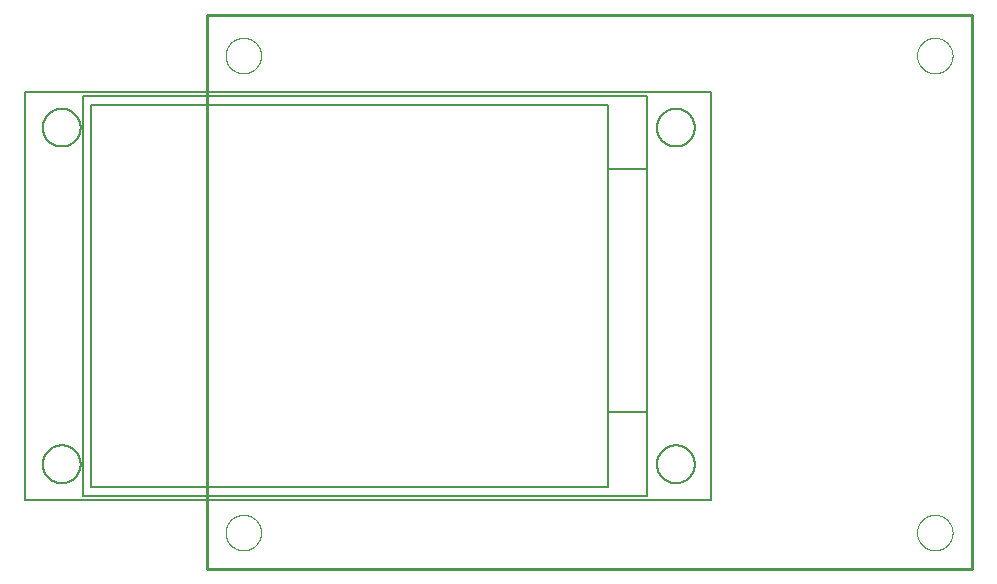
<source format=gbo>
G75*
%MOIN*%
%OFA0B0*%
%FSLAX25Y25*%
%IPPOS*%
%LPD*%
%AMOC8*
5,1,8,0,0,1.08239X$1,22.5*
%
%ADD10C,0.01000*%
%ADD11C,0.00000*%
%ADD12C,0.00500*%
D10*
X0072300Y0018800D02*
X0072300Y0203261D01*
X0327200Y0203261D01*
X0327200Y0018800D01*
X0072300Y0018800D01*
D11*
X0078394Y0030800D02*
X0078396Y0030953D01*
X0078402Y0031107D01*
X0078412Y0031260D01*
X0078426Y0031412D01*
X0078444Y0031565D01*
X0078466Y0031716D01*
X0078491Y0031867D01*
X0078521Y0032018D01*
X0078555Y0032168D01*
X0078592Y0032316D01*
X0078633Y0032464D01*
X0078678Y0032610D01*
X0078727Y0032756D01*
X0078780Y0032900D01*
X0078836Y0033042D01*
X0078896Y0033183D01*
X0078960Y0033323D01*
X0079027Y0033461D01*
X0079098Y0033597D01*
X0079173Y0033731D01*
X0079250Y0033863D01*
X0079332Y0033993D01*
X0079416Y0034121D01*
X0079504Y0034247D01*
X0079595Y0034370D01*
X0079689Y0034491D01*
X0079787Y0034609D01*
X0079887Y0034725D01*
X0079991Y0034838D01*
X0080097Y0034949D01*
X0080206Y0035057D01*
X0080318Y0035162D01*
X0080432Y0035263D01*
X0080550Y0035362D01*
X0080669Y0035458D01*
X0080791Y0035551D01*
X0080916Y0035640D01*
X0081043Y0035727D01*
X0081172Y0035809D01*
X0081303Y0035889D01*
X0081436Y0035965D01*
X0081571Y0036038D01*
X0081708Y0036107D01*
X0081847Y0036172D01*
X0081987Y0036234D01*
X0082129Y0036292D01*
X0082272Y0036347D01*
X0082417Y0036398D01*
X0082563Y0036445D01*
X0082710Y0036488D01*
X0082858Y0036527D01*
X0083007Y0036563D01*
X0083157Y0036594D01*
X0083308Y0036622D01*
X0083459Y0036646D01*
X0083612Y0036666D01*
X0083764Y0036682D01*
X0083917Y0036694D01*
X0084070Y0036702D01*
X0084223Y0036706D01*
X0084377Y0036706D01*
X0084530Y0036702D01*
X0084683Y0036694D01*
X0084836Y0036682D01*
X0084988Y0036666D01*
X0085141Y0036646D01*
X0085292Y0036622D01*
X0085443Y0036594D01*
X0085593Y0036563D01*
X0085742Y0036527D01*
X0085890Y0036488D01*
X0086037Y0036445D01*
X0086183Y0036398D01*
X0086328Y0036347D01*
X0086471Y0036292D01*
X0086613Y0036234D01*
X0086753Y0036172D01*
X0086892Y0036107D01*
X0087029Y0036038D01*
X0087164Y0035965D01*
X0087297Y0035889D01*
X0087428Y0035809D01*
X0087557Y0035727D01*
X0087684Y0035640D01*
X0087809Y0035551D01*
X0087931Y0035458D01*
X0088050Y0035362D01*
X0088168Y0035263D01*
X0088282Y0035162D01*
X0088394Y0035057D01*
X0088503Y0034949D01*
X0088609Y0034838D01*
X0088713Y0034725D01*
X0088813Y0034609D01*
X0088911Y0034491D01*
X0089005Y0034370D01*
X0089096Y0034247D01*
X0089184Y0034121D01*
X0089268Y0033993D01*
X0089350Y0033863D01*
X0089427Y0033731D01*
X0089502Y0033597D01*
X0089573Y0033461D01*
X0089640Y0033323D01*
X0089704Y0033183D01*
X0089764Y0033042D01*
X0089820Y0032900D01*
X0089873Y0032756D01*
X0089922Y0032610D01*
X0089967Y0032464D01*
X0090008Y0032316D01*
X0090045Y0032168D01*
X0090079Y0032018D01*
X0090109Y0031867D01*
X0090134Y0031716D01*
X0090156Y0031565D01*
X0090174Y0031412D01*
X0090188Y0031260D01*
X0090198Y0031107D01*
X0090204Y0030953D01*
X0090206Y0030800D01*
X0090204Y0030647D01*
X0090198Y0030493D01*
X0090188Y0030340D01*
X0090174Y0030188D01*
X0090156Y0030035D01*
X0090134Y0029884D01*
X0090109Y0029733D01*
X0090079Y0029582D01*
X0090045Y0029432D01*
X0090008Y0029284D01*
X0089967Y0029136D01*
X0089922Y0028990D01*
X0089873Y0028844D01*
X0089820Y0028700D01*
X0089764Y0028558D01*
X0089704Y0028417D01*
X0089640Y0028277D01*
X0089573Y0028139D01*
X0089502Y0028003D01*
X0089427Y0027869D01*
X0089350Y0027737D01*
X0089268Y0027607D01*
X0089184Y0027479D01*
X0089096Y0027353D01*
X0089005Y0027230D01*
X0088911Y0027109D01*
X0088813Y0026991D01*
X0088713Y0026875D01*
X0088609Y0026762D01*
X0088503Y0026651D01*
X0088394Y0026543D01*
X0088282Y0026438D01*
X0088168Y0026337D01*
X0088050Y0026238D01*
X0087931Y0026142D01*
X0087809Y0026049D01*
X0087684Y0025960D01*
X0087557Y0025873D01*
X0087428Y0025791D01*
X0087297Y0025711D01*
X0087164Y0025635D01*
X0087029Y0025562D01*
X0086892Y0025493D01*
X0086753Y0025428D01*
X0086613Y0025366D01*
X0086471Y0025308D01*
X0086328Y0025253D01*
X0086183Y0025202D01*
X0086037Y0025155D01*
X0085890Y0025112D01*
X0085742Y0025073D01*
X0085593Y0025037D01*
X0085443Y0025006D01*
X0085292Y0024978D01*
X0085141Y0024954D01*
X0084988Y0024934D01*
X0084836Y0024918D01*
X0084683Y0024906D01*
X0084530Y0024898D01*
X0084377Y0024894D01*
X0084223Y0024894D01*
X0084070Y0024898D01*
X0083917Y0024906D01*
X0083764Y0024918D01*
X0083612Y0024934D01*
X0083459Y0024954D01*
X0083308Y0024978D01*
X0083157Y0025006D01*
X0083007Y0025037D01*
X0082858Y0025073D01*
X0082710Y0025112D01*
X0082563Y0025155D01*
X0082417Y0025202D01*
X0082272Y0025253D01*
X0082129Y0025308D01*
X0081987Y0025366D01*
X0081847Y0025428D01*
X0081708Y0025493D01*
X0081571Y0025562D01*
X0081436Y0025635D01*
X0081303Y0025711D01*
X0081172Y0025791D01*
X0081043Y0025873D01*
X0080916Y0025960D01*
X0080791Y0026049D01*
X0080669Y0026142D01*
X0080550Y0026238D01*
X0080432Y0026337D01*
X0080318Y0026438D01*
X0080206Y0026543D01*
X0080097Y0026651D01*
X0079991Y0026762D01*
X0079887Y0026875D01*
X0079787Y0026991D01*
X0079689Y0027109D01*
X0079595Y0027230D01*
X0079504Y0027353D01*
X0079416Y0027479D01*
X0079332Y0027607D01*
X0079250Y0027737D01*
X0079173Y0027869D01*
X0079098Y0028003D01*
X0079027Y0028139D01*
X0078960Y0028277D01*
X0078896Y0028417D01*
X0078836Y0028558D01*
X0078780Y0028700D01*
X0078727Y0028844D01*
X0078678Y0028990D01*
X0078633Y0029136D01*
X0078592Y0029284D01*
X0078555Y0029432D01*
X0078521Y0029582D01*
X0078491Y0029733D01*
X0078466Y0029884D01*
X0078444Y0030035D01*
X0078426Y0030188D01*
X0078412Y0030340D01*
X0078402Y0030493D01*
X0078396Y0030647D01*
X0078394Y0030800D01*
X0308894Y0030800D02*
X0308896Y0030953D01*
X0308902Y0031107D01*
X0308912Y0031260D01*
X0308926Y0031412D01*
X0308944Y0031565D01*
X0308966Y0031716D01*
X0308991Y0031867D01*
X0309021Y0032018D01*
X0309055Y0032168D01*
X0309092Y0032316D01*
X0309133Y0032464D01*
X0309178Y0032610D01*
X0309227Y0032756D01*
X0309280Y0032900D01*
X0309336Y0033042D01*
X0309396Y0033183D01*
X0309460Y0033323D01*
X0309527Y0033461D01*
X0309598Y0033597D01*
X0309673Y0033731D01*
X0309750Y0033863D01*
X0309832Y0033993D01*
X0309916Y0034121D01*
X0310004Y0034247D01*
X0310095Y0034370D01*
X0310189Y0034491D01*
X0310287Y0034609D01*
X0310387Y0034725D01*
X0310491Y0034838D01*
X0310597Y0034949D01*
X0310706Y0035057D01*
X0310818Y0035162D01*
X0310932Y0035263D01*
X0311050Y0035362D01*
X0311169Y0035458D01*
X0311291Y0035551D01*
X0311416Y0035640D01*
X0311543Y0035727D01*
X0311672Y0035809D01*
X0311803Y0035889D01*
X0311936Y0035965D01*
X0312071Y0036038D01*
X0312208Y0036107D01*
X0312347Y0036172D01*
X0312487Y0036234D01*
X0312629Y0036292D01*
X0312772Y0036347D01*
X0312917Y0036398D01*
X0313063Y0036445D01*
X0313210Y0036488D01*
X0313358Y0036527D01*
X0313507Y0036563D01*
X0313657Y0036594D01*
X0313808Y0036622D01*
X0313959Y0036646D01*
X0314112Y0036666D01*
X0314264Y0036682D01*
X0314417Y0036694D01*
X0314570Y0036702D01*
X0314723Y0036706D01*
X0314877Y0036706D01*
X0315030Y0036702D01*
X0315183Y0036694D01*
X0315336Y0036682D01*
X0315488Y0036666D01*
X0315641Y0036646D01*
X0315792Y0036622D01*
X0315943Y0036594D01*
X0316093Y0036563D01*
X0316242Y0036527D01*
X0316390Y0036488D01*
X0316537Y0036445D01*
X0316683Y0036398D01*
X0316828Y0036347D01*
X0316971Y0036292D01*
X0317113Y0036234D01*
X0317253Y0036172D01*
X0317392Y0036107D01*
X0317529Y0036038D01*
X0317664Y0035965D01*
X0317797Y0035889D01*
X0317928Y0035809D01*
X0318057Y0035727D01*
X0318184Y0035640D01*
X0318309Y0035551D01*
X0318431Y0035458D01*
X0318550Y0035362D01*
X0318668Y0035263D01*
X0318782Y0035162D01*
X0318894Y0035057D01*
X0319003Y0034949D01*
X0319109Y0034838D01*
X0319213Y0034725D01*
X0319313Y0034609D01*
X0319411Y0034491D01*
X0319505Y0034370D01*
X0319596Y0034247D01*
X0319684Y0034121D01*
X0319768Y0033993D01*
X0319850Y0033863D01*
X0319927Y0033731D01*
X0320002Y0033597D01*
X0320073Y0033461D01*
X0320140Y0033323D01*
X0320204Y0033183D01*
X0320264Y0033042D01*
X0320320Y0032900D01*
X0320373Y0032756D01*
X0320422Y0032610D01*
X0320467Y0032464D01*
X0320508Y0032316D01*
X0320545Y0032168D01*
X0320579Y0032018D01*
X0320609Y0031867D01*
X0320634Y0031716D01*
X0320656Y0031565D01*
X0320674Y0031412D01*
X0320688Y0031260D01*
X0320698Y0031107D01*
X0320704Y0030953D01*
X0320706Y0030800D01*
X0320704Y0030647D01*
X0320698Y0030493D01*
X0320688Y0030340D01*
X0320674Y0030188D01*
X0320656Y0030035D01*
X0320634Y0029884D01*
X0320609Y0029733D01*
X0320579Y0029582D01*
X0320545Y0029432D01*
X0320508Y0029284D01*
X0320467Y0029136D01*
X0320422Y0028990D01*
X0320373Y0028844D01*
X0320320Y0028700D01*
X0320264Y0028558D01*
X0320204Y0028417D01*
X0320140Y0028277D01*
X0320073Y0028139D01*
X0320002Y0028003D01*
X0319927Y0027869D01*
X0319850Y0027737D01*
X0319768Y0027607D01*
X0319684Y0027479D01*
X0319596Y0027353D01*
X0319505Y0027230D01*
X0319411Y0027109D01*
X0319313Y0026991D01*
X0319213Y0026875D01*
X0319109Y0026762D01*
X0319003Y0026651D01*
X0318894Y0026543D01*
X0318782Y0026438D01*
X0318668Y0026337D01*
X0318550Y0026238D01*
X0318431Y0026142D01*
X0318309Y0026049D01*
X0318184Y0025960D01*
X0318057Y0025873D01*
X0317928Y0025791D01*
X0317797Y0025711D01*
X0317664Y0025635D01*
X0317529Y0025562D01*
X0317392Y0025493D01*
X0317253Y0025428D01*
X0317113Y0025366D01*
X0316971Y0025308D01*
X0316828Y0025253D01*
X0316683Y0025202D01*
X0316537Y0025155D01*
X0316390Y0025112D01*
X0316242Y0025073D01*
X0316093Y0025037D01*
X0315943Y0025006D01*
X0315792Y0024978D01*
X0315641Y0024954D01*
X0315488Y0024934D01*
X0315336Y0024918D01*
X0315183Y0024906D01*
X0315030Y0024898D01*
X0314877Y0024894D01*
X0314723Y0024894D01*
X0314570Y0024898D01*
X0314417Y0024906D01*
X0314264Y0024918D01*
X0314112Y0024934D01*
X0313959Y0024954D01*
X0313808Y0024978D01*
X0313657Y0025006D01*
X0313507Y0025037D01*
X0313358Y0025073D01*
X0313210Y0025112D01*
X0313063Y0025155D01*
X0312917Y0025202D01*
X0312772Y0025253D01*
X0312629Y0025308D01*
X0312487Y0025366D01*
X0312347Y0025428D01*
X0312208Y0025493D01*
X0312071Y0025562D01*
X0311936Y0025635D01*
X0311803Y0025711D01*
X0311672Y0025791D01*
X0311543Y0025873D01*
X0311416Y0025960D01*
X0311291Y0026049D01*
X0311169Y0026142D01*
X0311050Y0026238D01*
X0310932Y0026337D01*
X0310818Y0026438D01*
X0310706Y0026543D01*
X0310597Y0026651D01*
X0310491Y0026762D01*
X0310387Y0026875D01*
X0310287Y0026991D01*
X0310189Y0027109D01*
X0310095Y0027230D01*
X0310004Y0027353D01*
X0309916Y0027479D01*
X0309832Y0027607D01*
X0309750Y0027737D01*
X0309673Y0027869D01*
X0309598Y0028003D01*
X0309527Y0028139D01*
X0309460Y0028277D01*
X0309396Y0028417D01*
X0309336Y0028558D01*
X0309280Y0028700D01*
X0309227Y0028844D01*
X0309178Y0028990D01*
X0309133Y0029136D01*
X0309092Y0029284D01*
X0309055Y0029432D01*
X0309021Y0029582D01*
X0308991Y0029733D01*
X0308966Y0029884D01*
X0308944Y0030035D01*
X0308926Y0030188D01*
X0308912Y0030340D01*
X0308902Y0030493D01*
X0308896Y0030647D01*
X0308894Y0030800D01*
X0308894Y0189800D02*
X0308896Y0189953D01*
X0308902Y0190107D01*
X0308912Y0190260D01*
X0308926Y0190412D01*
X0308944Y0190565D01*
X0308966Y0190716D01*
X0308991Y0190867D01*
X0309021Y0191018D01*
X0309055Y0191168D01*
X0309092Y0191316D01*
X0309133Y0191464D01*
X0309178Y0191610D01*
X0309227Y0191756D01*
X0309280Y0191900D01*
X0309336Y0192042D01*
X0309396Y0192183D01*
X0309460Y0192323D01*
X0309527Y0192461D01*
X0309598Y0192597D01*
X0309673Y0192731D01*
X0309750Y0192863D01*
X0309832Y0192993D01*
X0309916Y0193121D01*
X0310004Y0193247D01*
X0310095Y0193370D01*
X0310189Y0193491D01*
X0310287Y0193609D01*
X0310387Y0193725D01*
X0310491Y0193838D01*
X0310597Y0193949D01*
X0310706Y0194057D01*
X0310818Y0194162D01*
X0310932Y0194263D01*
X0311050Y0194362D01*
X0311169Y0194458D01*
X0311291Y0194551D01*
X0311416Y0194640D01*
X0311543Y0194727D01*
X0311672Y0194809D01*
X0311803Y0194889D01*
X0311936Y0194965D01*
X0312071Y0195038D01*
X0312208Y0195107D01*
X0312347Y0195172D01*
X0312487Y0195234D01*
X0312629Y0195292D01*
X0312772Y0195347D01*
X0312917Y0195398D01*
X0313063Y0195445D01*
X0313210Y0195488D01*
X0313358Y0195527D01*
X0313507Y0195563D01*
X0313657Y0195594D01*
X0313808Y0195622D01*
X0313959Y0195646D01*
X0314112Y0195666D01*
X0314264Y0195682D01*
X0314417Y0195694D01*
X0314570Y0195702D01*
X0314723Y0195706D01*
X0314877Y0195706D01*
X0315030Y0195702D01*
X0315183Y0195694D01*
X0315336Y0195682D01*
X0315488Y0195666D01*
X0315641Y0195646D01*
X0315792Y0195622D01*
X0315943Y0195594D01*
X0316093Y0195563D01*
X0316242Y0195527D01*
X0316390Y0195488D01*
X0316537Y0195445D01*
X0316683Y0195398D01*
X0316828Y0195347D01*
X0316971Y0195292D01*
X0317113Y0195234D01*
X0317253Y0195172D01*
X0317392Y0195107D01*
X0317529Y0195038D01*
X0317664Y0194965D01*
X0317797Y0194889D01*
X0317928Y0194809D01*
X0318057Y0194727D01*
X0318184Y0194640D01*
X0318309Y0194551D01*
X0318431Y0194458D01*
X0318550Y0194362D01*
X0318668Y0194263D01*
X0318782Y0194162D01*
X0318894Y0194057D01*
X0319003Y0193949D01*
X0319109Y0193838D01*
X0319213Y0193725D01*
X0319313Y0193609D01*
X0319411Y0193491D01*
X0319505Y0193370D01*
X0319596Y0193247D01*
X0319684Y0193121D01*
X0319768Y0192993D01*
X0319850Y0192863D01*
X0319927Y0192731D01*
X0320002Y0192597D01*
X0320073Y0192461D01*
X0320140Y0192323D01*
X0320204Y0192183D01*
X0320264Y0192042D01*
X0320320Y0191900D01*
X0320373Y0191756D01*
X0320422Y0191610D01*
X0320467Y0191464D01*
X0320508Y0191316D01*
X0320545Y0191168D01*
X0320579Y0191018D01*
X0320609Y0190867D01*
X0320634Y0190716D01*
X0320656Y0190565D01*
X0320674Y0190412D01*
X0320688Y0190260D01*
X0320698Y0190107D01*
X0320704Y0189953D01*
X0320706Y0189800D01*
X0320704Y0189647D01*
X0320698Y0189493D01*
X0320688Y0189340D01*
X0320674Y0189188D01*
X0320656Y0189035D01*
X0320634Y0188884D01*
X0320609Y0188733D01*
X0320579Y0188582D01*
X0320545Y0188432D01*
X0320508Y0188284D01*
X0320467Y0188136D01*
X0320422Y0187990D01*
X0320373Y0187844D01*
X0320320Y0187700D01*
X0320264Y0187558D01*
X0320204Y0187417D01*
X0320140Y0187277D01*
X0320073Y0187139D01*
X0320002Y0187003D01*
X0319927Y0186869D01*
X0319850Y0186737D01*
X0319768Y0186607D01*
X0319684Y0186479D01*
X0319596Y0186353D01*
X0319505Y0186230D01*
X0319411Y0186109D01*
X0319313Y0185991D01*
X0319213Y0185875D01*
X0319109Y0185762D01*
X0319003Y0185651D01*
X0318894Y0185543D01*
X0318782Y0185438D01*
X0318668Y0185337D01*
X0318550Y0185238D01*
X0318431Y0185142D01*
X0318309Y0185049D01*
X0318184Y0184960D01*
X0318057Y0184873D01*
X0317928Y0184791D01*
X0317797Y0184711D01*
X0317664Y0184635D01*
X0317529Y0184562D01*
X0317392Y0184493D01*
X0317253Y0184428D01*
X0317113Y0184366D01*
X0316971Y0184308D01*
X0316828Y0184253D01*
X0316683Y0184202D01*
X0316537Y0184155D01*
X0316390Y0184112D01*
X0316242Y0184073D01*
X0316093Y0184037D01*
X0315943Y0184006D01*
X0315792Y0183978D01*
X0315641Y0183954D01*
X0315488Y0183934D01*
X0315336Y0183918D01*
X0315183Y0183906D01*
X0315030Y0183898D01*
X0314877Y0183894D01*
X0314723Y0183894D01*
X0314570Y0183898D01*
X0314417Y0183906D01*
X0314264Y0183918D01*
X0314112Y0183934D01*
X0313959Y0183954D01*
X0313808Y0183978D01*
X0313657Y0184006D01*
X0313507Y0184037D01*
X0313358Y0184073D01*
X0313210Y0184112D01*
X0313063Y0184155D01*
X0312917Y0184202D01*
X0312772Y0184253D01*
X0312629Y0184308D01*
X0312487Y0184366D01*
X0312347Y0184428D01*
X0312208Y0184493D01*
X0312071Y0184562D01*
X0311936Y0184635D01*
X0311803Y0184711D01*
X0311672Y0184791D01*
X0311543Y0184873D01*
X0311416Y0184960D01*
X0311291Y0185049D01*
X0311169Y0185142D01*
X0311050Y0185238D01*
X0310932Y0185337D01*
X0310818Y0185438D01*
X0310706Y0185543D01*
X0310597Y0185651D01*
X0310491Y0185762D01*
X0310387Y0185875D01*
X0310287Y0185991D01*
X0310189Y0186109D01*
X0310095Y0186230D01*
X0310004Y0186353D01*
X0309916Y0186479D01*
X0309832Y0186607D01*
X0309750Y0186737D01*
X0309673Y0186869D01*
X0309598Y0187003D01*
X0309527Y0187139D01*
X0309460Y0187277D01*
X0309396Y0187417D01*
X0309336Y0187558D01*
X0309280Y0187700D01*
X0309227Y0187844D01*
X0309178Y0187990D01*
X0309133Y0188136D01*
X0309092Y0188284D01*
X0309055Y0188432D01*
X0309021Y0188582D01*
X0308991Y0188733D01*
X0308966Y0188884D01*
X0308944Y0189035D01*
X0308926Y0189188D01*
X0308912Y0189340D01*
X0308902Y0189493D01*
X0308896Y0189647D01*
X0308894Y0189800D01*
X0078394Y0189800D02*
X0078396Y0189953D01*
X0078402Y0190107D01*
X0078412Y0190260D01*
X0078426Y0190412D01*
X0078444Y0190565D01*
X0078466Y0190716D01*
X0078491Y0190867D01*
X0078521Y0191018D01*
X0078555Y0191168D01*
X0078592Y0191316D01*
X0078633Y0191464D01*
X0078678Y0191610D01*
X0078727Y0191756D01*
X0078780Y0191900D01*
X0078836Y0192042D01*
X0078896Y0192183D01*
X0078960Y0192323D01*
X0079027Y0192461D01*
X0079098Y0192597D01*
X0079173Y0192731D01*
X0079250Y0192863D01*
X0079332Y0192993D01*
X0079416Y0193121D01*
X0079504Y0193247D01*
X0079595Y0193370D01*
X0079689Y0193491D01*
X0079787Y0193609D01*
X0079887Y0193725D01*
X0079991Y0193838D01*
X0080097Y0193949D01*
X0080206Y0194057D01*
X0080318Y0194162D01*
X0080432Y0194263D01*
X0080550Y0194362D01*
X0080669Y0194458D01*
X0080791Y0194551D01*
X0080916Y0194640D01*
X0081043Y0194727D01*
X0081172Y0194809D01*
X0081303Y0194889D01*
X0081436Y0194965D01*
X0081571Y0195038D01*
X0081708Y0195107D01*
X0081847Y0195172D01*
X0081987Y0195234D01*
X0082129Y0195292D01*
X0082272Y0195347D01*
X0082417Y0195398D01*
X0082563Y0195445D01*
X0082710Y0195488D01*
X0082858Y0195527D01*
X0083007Y0195563D01*
X0083157Y0195594D01*
X0083308Y0195622D01*
X0083459Y0195646D01*
X0083612Y0195666D01*
X0083764Y0195682D01*
X0083917Y0195694D01*
X0084070Y0195702D01*
X0084223Y0195706D01*
X0084377Y0195706D01*
X0084530Y0195702D01*
X0084683Y0195694D01*
X0084836Y0195682D01*
X0084988Y0195666D01*
X0085141Y0195646D01*
X0085292Y0195622D01*
X0085443Y0195594D01*
X0085593Y0195563D01*
X0085742Y0195527D01*
X0085890Y0195488D01*
X0086037Y0195445D01*
X0086183Y0195398D01*
X0086328Y0195347D01*
X0086471Y0195292D01*
X0086613Y0195234D01*
X0086753Y0195172D01*
X0086892Y0195107D01*
X0087029Y0195038D01*
X0087164Y0194965D01*
X0087297Y0194889D01*
X0087428Y0194809D01*
X0087557Y0194727D01*
X0087684Y0194640D01*
X0087809Y0194551D01*
X0087931Y0194458D01*
X0088050Y0194362D01*
X0088168Y0194263D01*
X0088282Y0194162D01*
X0088394Y0194057D01*
X0088503Y0193949D01*
X0088609Y0193838D01*
X0088713Y0193725D01*
X0088813Y0193609D01*
X0088911Y0193491D01*
X0089005Y0193370D01*
X0089096Y0193247D01*
X0089184Y0193121D01*
X0089268Y0192993D01*
X0089350Y0192863D01*
X0089427Y0192731D01*
X0089502Y0192597D01*
X0089573Y0192461D01*
X0089640Y0192323D01*
X0089704Y0192183D01*
X0089764Y0192042D01*
X0089820Y0191900D01*
X0089873Y0191756D01*
X0089922Y0191610D01*
X0089967Y0191464D01*
X0090008Y0191316D01*
X0090045Y0191168D01*
X0090079Y0191018D01*
X0090109Y0190867D01*
X0090134Y0190716D01*
X0090156Y0190565D01*
X0090174Y0190412D01*
X0090188Y0190260D01*
X0090198Y0190107D01*
X0090204Y0189953D01*
X0090206Y0189800D01*
X0090204Y0189647D01*
X0090198Y0189493D01*
X0090188Y0189340D01*
X0090174Y0189188D01*
X0090156Y0189035D01*
X0090134Y0188884D01*
X0090109Y0188733D01*
X0090079Y0188582D01*
X0090045Y0188432D01*
X0090008Y0188284D01*
X0089967Y0188136D01*
X0089922Y0187990D01*
X0089873Y0187844D01*
X0089820Y0187700D01*
X0089764Y0187558D01*
X0089704Y0187417D01*
X0089640Y0187277D01*
X0089573Y0187139D01*
X0089502Y0187003D01*
X0089427Y0186869D01*
X0089350Y0186737D01*
X0089268Y0186607D01*
X0089184Y0186479D01*
X0089096Y0186353D01*
X0089005Y0186230D01*
X0088911Y0186109D01*
X0088813Y0185991D01*
X0088713Y0185875D01*
X0088609Y0185762D01*
X0088503Y0185651D01*
X0088394Y0185543D01*
X0088282Y0185438D01*
X0088168Y0185337D01*
X0088050Y0185238D01*
X0087931Y0185142D01*
X0087809Y0185049D01*
X0087684Y0184960D01*
X0087557Y0184873D01*
X0087428Y0184791D01*
X0087297Y0184711D01*
X0087164Y0184635D01*
X0087029Y0184562D01*
X0086892Y0184493D01*
X0086753Y0184428D01*
X0086613Y0184366D01*
X0086471Y0184308D01*
X0086328Y0184253D01*
X0086183Y0184202D01*
X0086037Y0184155D01*
X0085890Y0184112D01*
X0085742Y0184073D01*
X0085593Y0184037D01*
X0085443Y0184006D01*
X0085292Y0183978D01*
X0085141Y0183954D01*
X0084988Y0183934D01*
X0084836Y0183918D01*
X0084683Y0183906D01*
X0084530Y0183898D01*
X0084377Y0183894D01*
X0084223Y0183894D01*
X0084070Y0183898D01*
X0083917Y0183906D01*
X0083764Y0183918D01*
X0083612Y0183934D01*
X0083459Y0183954D01*
X0083308Y0183978D01*
X0083157Y0184006D01*
X0083007Y0184037D01*
X0082858Y0184073D01*
X0082710Y0184112D01*
X0082563Y0184155D01*
X0082417Y0184202D01*
X0082272Y0184253D01*
X0082129Y0184308D01*
X0081987Y0184366D01*
X0081847Y0184428D01*
X0081708Y0184493D01*
X0081571Y0184562D01*
X0081436Y0184635D01*
X0081303Y0184711D01*
X0081172Y0184791D01*
X0081043Y0184873D01*
X0080916Y0184960D01*
X0080791Y0185049D01*
X0080669Y0185142D01*
X0080550Y0185238D01*
X0080432Y0185337D01*
X0080318Y0185438D01*
X0080206Y0185543D01*
X0080097Y0185651D01*
X0079991Y0185762D01*
X0079887Y0185875D01*
X0079787Y0185991D01*
X0079689Y0186109D01*
X0079595Y0186230D01*
X0079504Y0186353D01*
X0079416Y0186479D01*
X0079332Y0186607D01*
X0079250Y0186737D01*
X0079173Y0186869D01*
X0079098Y0187003D01*
X0079027Y0187139D01*
X0078960Y0187277D01*
X0078896Y0187417D01*
X0078836Y0187558D01*
X0078780Y0187700D01*
X0078727Y0187844D01*
X0078678Y0187990D01*
X0078633Y0188136D01*
X0078592Y0188284D01*
X0078555Y0188432D01*
X0078521Y0188582D01*
X0078491Y0188733D01*
X0078466Y0188884D01*
X0078444Y0189035D01*
X0078426Y0189188D01*
X0078412Y0189340D01*
X0078402Y0189493D01*
X0078396Y0189647D01*
X0078394Y0189800D01*
D12*
X0011363Y0041800D02*
X0240300Y0041800D01*
X0240300Y0177548D01*
X0011363Y0177548D01*
X0011363Y0041800D01*
X0017466Y0053611D02*
X0017468Y0053769D01*
X0017474Y0053927D01*
X0017484Y0054085D01*
X0017498Y0054243D01*
X0017516Y0054400D01*
X0017537Y0054557D01*
X0017563Y0054713D01*
X0017593Y0054869D01*
X0017626Y0055024D01*
X0017664Y0055177D01*
X0017705Y0055330D01*
X0017750Y0055482D01*
X0017799Y0055633D01*
X0017852Y0055782D01*
X0017908Y0055930D01*
X0017968Y0056076D01*
X0018032Y0056221D01*
X0018100Y0056364D01*
X0018171Y0056506D01*
X0018245Y0056646D01*
X0018323Y0056783D01*
X0018405Y0056919D01*
X0018489Y0057053D01*
X0018578Y0057184D01*
X0018669Y0057313D01*
X0018764Y0057440D01*
X0018861Y0057565D01*
X0018962Y0057687D01*
X0019066Y0057806D01*
X0019173Y0057923D01*
X0019283Y0058037D01*
X0019396Y0058148D01*
X0019511Y0058257D01*
X0019629Y0058362D01*
X0019750Y0058464D01*
X0019873Y0058564D01*
X0019999Y0058660D01*
X0020127Y0058753D01*
X0020257Y0058843D01*
X0020390Y0058929D01*
X0020525Y0059013D01*
X0020661Y0059092D01*
X0020800Y0059169D01*
X0020941Y0059241D01*
X0021083Y0059311D01*
X0021227Y0059376D01*
X0021373Y0059438D01*
X0021520Y0059496D01*
X0021669Y0059551D01*
X0021819Y0059602D01*
X0021970Y0059649D01*
X0022122Y0059692D01*
X0022275Y0059731D01*
X0022430Y0059767D01*
X0022585Y0059798D01*
X0022741Y0059826D01*
X0022897Y0059850D01*
X0023054Y0059870D01*
X0023212Y0059886D01*
X0023369Y0059898D01*
X0023528Y0059906D01*
X0023686Y0059910D01*
X0023844Y0059910D01*
X0024002Y0059906D01*
X0024161Y0059898D01*
X0024318Y0059886D01*
X0024476Y0059870D01*
X0024633Y0059850D01*
X0024789Y0059826D01*
X0024945Y0059798D01*
X0025100Y0059767D01*
X0025255Y0059731D01*
X0025408Y0059692D01*
X0025560Y0059649D01*
X0025711Y0059602D01*
X0025861Y0059551D01*
X0026010Y0059496D01*
X0026157Y0059438D01*
X0026303Y0059376D01*
X0026447Y0059311D01*
X0026589Y0059241D01*
X0026730Y0059169D01*
X0026869Y0059092D01*
X0027005Y0059013D01*
X0027140Y0058929D01*
X0027273Y0058843D01*
X0027403Y0058753D01*
X0027531Y0058660D01*
X0027657Y0058564D01*
X0027780Y0058464D01*
X0027901Y0058362D01*
X0028019Y0058257D01*
X0028134Y0058148D01*
X0028247Y0058037D01*
X0028357Y0057923D01*
X0028464Y0057806D01*
X0028568Y0057687D01*
X0028669Y0057565D01*
X0028766Y0057440D01*
X0028861Y0057313D01*
X0028952Y0057184D01*
X0029041Y0057053D01*
X0029125Y0056919D01*
X0029207Y0056783D01*
X0029285Y0056646D01*
X0029359Y0056506D01*
X0029430Y0056364D01*
X0029498Y0056221D01*
X0029562Y0056076D01*
X0029622Y0055930D01*
X0029678Y0055782D01*
X0029731Y0055633D01*
X0029780Y0055482D01*
X0029825Y0055330D01*
X0029866Y0055177D01*
X0029904Y0055024D01*
X0029937Y0054869D01*
X0029967Y0054713D01*
X0029993Y0054557D01*
X0030014Y0054400D01*
X0030032Y0054243D01*
X0030046Y0054085D01*
X0030056Y0053927D01*
X0030062Y0053769D01*
X0030064Y0053611D01*
X0030062Y0053453D01*
X0030056Y0053295D01*
X0030046Y0053137D01*
X0030032Y0052979D01*
X0030014Y0052822D01*
X0029993Y0052665D01*
X0029967Y0052509D01*
X0029937Y0052353D01*
X0029904Y0052198D01*
X0029866Y0052045D01*
X0029825Y0051892D01*
X0029780Y0051740D01*
X0029731Y0051589D01*
X0029678Y0051440D01*
X0029622Y0051292D01*
X0029562Y0051146D01*
X0029498Y0051001D01*
X0029430Y0050858D01*
X0029359Y0050716D01*
X0029285Y0050576D01*
X0029207Y0050439D01*
X0029125Y0050303D01*
X0029041Y0050169D01*
X0028952Y0050038D01*
X0028861Y0049909D01*
X0028766Y0049782D01*
X0028669Y0049657D01*
X0028568Y0049535D01*
X0028464Y0049416D01*
X0028357Y0049299D01*
X0028247Y0049185D01*
X0028134Y0049074D01*
X0028019Y0048965D01*
X0027901Y0048860D01*
X0027780Y0048758D01*
X0027657Y0048658D01*
X0027531Y0048562D01*
X0027403Y0048469D01*
X0027273Y0048379D01*
X0027140Y0048293D01*
X0027005Y0048209D01*
X0026869Y0048130D01*
X0026730Y0048053D01*
X0026589Y0047981D01*
X0026447Y0047911D01*
X0026303Y0047846D01*
X0026157Y0047784D01*
X0026010Y0047726D01*
X0025861Y0047671D01*
X0025711Y0047620D01*
X0025560Y0047573D01*
X0025408Y0047530D01*
X0025255Y0047491D01*
X0025100Y0047455D01*
X0024945Y0047424D01*
X0024789Y0047396D01*
X0024633Y0047372D01*
X0024476Y0047352D01*
X0024318Y0047336D01*
X0024161Y0047324D01*
X0024002Y0047316D01*
X0023844Y0047312D01*
X0023686Y0047312D01*
X0023528Y0047316D01*
X0023369Y0047324D01*
X0023212Y0047336D01*
X0023054Y0047352D01*
X0022897Y0047372D01*
X0022741Y0047396D01*
X0022585Y0047424D01*
X0022430Y0047455D01*
X0022275Y0047491D01*
X0022122Y0047530D01*
X0021970Y0047573D01*
X0021819Y0047620D01*
X0021669Y0047671D01*
X0021520Y0047726D01*
X0021373Y0047784D01*
X0021227Y0047846D01*
X0021083Y0047911D01*
X0020941Y0047981D01*
X0020800Y0048053D01*
X0020661Y0048130D01*
X0020525Y0048209D01*
X0020390Y0048293D01*
X0020257Y0048379D01*
X0020127Y0048469D01*
X0019999Y0048562D01*
X0019873Y0048658D01*
X0019750Y0048758D01*
X0019629Y0048860D01*
X0019511Y0048965D01*
X0019396Y0049074D01*
X0019283Y0049185D01*
X0019173Y0049299D01*
X0019066Y0049416D01*
X0018962Y0049535D01*
X0018861Y0049657D01*
X0018764Y0049782D01*
X0018669Y0049909D01*
X0018578Y0050038D01*
X0018489Y0050169D01*
X0018405Y0050303D01*
X0018323Y0050439D01*
X0018245Y0050576D01*
X0018171Y0050716D01*
X0018100Y0050858D01*
X0018032Y0051001D01*
X0017968Y0051146D01*
X0017908Y0051292D01*
X0017852Y0051440D01*
X0017799Y0051589D01*
X0017750Y0051740D01*
X0017705Y0051892D01*
X0017664Y0052045D01*
X0017626Y0052198D01*
X0017593Y0052353D01*
X0017563Y0052509D01*
X0017537Y0052665D01*
X0017516Y0052822D01*
X0017498Y0052979D01*
X0017484Y0053137D01*
X0017474Y0053295D01*
X0017468Y0053453D01*
X0017466Y0053611D01*
X0030871Y0043060D02*
X0218824Y0043060D01*
X0218824Y0176288D01*
X0030871Y0176288D01*
X0030871Y0043060D01*
X0033430Y0045934D02*
X0033430Y0173414D01*
X0205950Y0173414D01*
X0205950Y0045934D01*
X0033430Y0045934D01*
X0206280Y0071150D02*
X0218666Y0071150D01*
X0222190Y0053611D02*
X0222192Y0053769D01*
X0222198Y0053927D01*
X0222208Y0054085D01*
X0222222Y0054243D01*
X0222240Y0054400D01*
X0222261Y0054557D01*
X0222287Y0054713D01*
X0222317Y0054869D01*
X0222350Y0055024D01*
X0222388Y0055177D01*
X0222429Y0055330D01*
X0222474Y0055482D01*
X0222523Y0055633D01*
X0222576Y0055782D01*
X0222632Y0055930D01*
X0222692Y0056076D01*
X0222756Y0056221D01*
X0222824Y0056364D01*
X0222895Y0056506D01*
X0222969Y0056646D01*
X0223047Y0056783D01*
X0223129Y0056919D01*
X0223213Y0057053D01*
X0223302Y0057184D01*
X0223393Y0057313D01*
X0223488Y0057440D01*
X0223585Y0057565D01*
X0223686Y0057687D01*
X0223790Y0057806D01*
X0223897Y0057923D01*
X0224007Y0058037D01*
X0224120Y0058148D01*
X0224235Y0058257D01*
X0224353Y0058362D01*
X0224474Y0058464D01*
X0224597Y0058564D01*
X0224723Y0058660D01*
X0224851Y0058753D01*
X0224981Y0058843D01*
X0225114Y0058929D01*
X0225249Y0059013D01*
X0225385Y0059092D01*
X0225524Y0059169D01*
X0225665Y0059241D01*
X0225807Y0059311D01*
X0225951Y0059376D01*
X0226097Y0059438D01*
X0226244Y0059496D01*
X0226393Y0059551D01*
X0226543Y0059602D01*
X0226694Y0059649D01*
X0226846Y0059692D01*
X0226999Y0059731D01*
X0227154Y0059767D01*
X0227309Y0059798D01*
X0227465Y0059826D01*
X0227621Y0059850D01*
X0227778Y0059870D01*
X0227936Y0059886D01*
X0228093Y0059898D01*
X0228252Y0059906D01*
X0228410Y0059910D01*
X0228568Y0059910D01*
X0228726Y0059906D01*
X0228885Y0059898D01*
X0229042Y0059886D01*
X0229200Y0059870D01*
X0229357Y0059850D01*
X0229513Y0059826D01*
X0229669Y0059798D01*
X0229824Y0059767D01*
X0229979Y0059731D01*
X0230132Y0059692D01*
X0230284Y0059649D01*
X0230435Y0059602D01*
X0230585Y0059551D01*
X0230734Y0059496D01*
X0230881Y0059438D01*
X0231027Y0059376D01*
X0231171Y0059311D01*
X0231313Y0059241D01*
X0231454Y0059169D01*
X0231593Y0059092D01*
X0231729Y0059013D01*
X0231864Y0058929D01*
X0231997Y0058843D01*
X0232127Y0058753D01*
X0232255Y0058660D01*
X0232381Y0058564D01*
X0232504Y0058464D01*
X0232625Y0058362D01*
X0232743Y0058257D01*
X0232858Y0058148D01*
X0232971Y0058037D01*
X0233081Y0057923D01*
X0233188Y0057806D01*
X0233292Y0057687D01*
X0233393Y0057565D01*
X0233490Y0057440D01*
X0233585Y0057313D01*
X0233676Y0057184D01*
X0233765Y0057053D01*
X0233849Y0056919D01*
X0233931Y0056783D01*
X0234009Y0056646D01*
X0234083Y0056506D01*
X0234154Y0056364D01*
X0234222Y0056221D01*
X0234286Y0056076D01*
X0234346Y0055930D01*
X0234402Y0055782D01*
X0234455Y0055633D01*
X0234504Y0055482D01*
X0234549Y0055330D01*
X0234590Y0055177D01*
X0234628Y0055024D01*
X0234661Y0054869D01*
X0234691Y0054713D01*
X0234717Y0054557D01*
X0234738Y0054400D01*
X0234756Y0054243D01*
X0234770Y0054085D01*
X0234780Y0053927D01*
X0234786Y0053769D01*
X0234788Y0053611D01*
X0234786Y0053453D01*
X0234780Y0053295D01*
X0234770Y0053137D01*
X0234756Y0052979D01*
X0234738Y0052822D01*
X0234717Y0052665D01*
X0234691Y0052509D01*
X0234661Y0052353D01*
X0234628Y0052198D01*
X0234590Y0052045D01*
X0234549Y0051892D01*
X0234504Y0051740D01*
X0234455Y0051589D01*
X0234402Y0051440D01*
X0234346Y0051292D01*
X0234286Y0051146D01*
X0234222Y0051001D01*
X0234154Y0050858D01*
X0234083Y0050716D01*
X0234009Y0050576D01*
X0233931Y0050439D01*
X0233849Y0050303D01*
X0233765Y0050169D01*
X0233676Y0050038D01*
X0233585Y0049909D01*
X0233490Y0049782D01*
X0233393Y0049657D01*
X0233292Y0049535D01*
X0233188Y0049416D01*
X0233081Y0049299D01*
X0232971Y0049185D01*
X0232858Y0049074D01*
X0232743Y0048965D01*
X0232625Y0048860D01*
X0232504Y0048758D01*
X0232381Y0048658D01*
X0232255Y0048562D01*
X0232127Y0048469D01*
X0231997Y0048379D01*
X0231864Y0048293D01*
X0231729Y0048209D01*
X0231593Y0048130D01*
X0231454Y0048053D01*
X0231313Y0047981D01*
X0231171Y0047911D01*
X0231027Y0047846D01*
X0230881Y0047784D01*
X0230734Y0047726D01*
X0230585Y0047671D01*
X0230435Y0047620D01*
X0230284Y0047573D01*
X0230132Y0047530D01*
X0229979Y0047491D01*
X0229824Y0047455D01*
X0229669Y0047424D01*
X0229513Y0047396D01*
X0229357Y0047372D01*
X0229200Y0047352D01*
X0229042Y0047336D01*
X0228885Y0047324D01*
X0228726Y0047316D01*
X0228568Y0047312D01*
X0228410Y0047312D01*
X0228252Y0047316D01*
X0228093Y0047324D01*
X0227936Y0047336D01*
X0227778Y0047352D01*
X0227621Y0047372D01*
X0227465Y0047396D01*
X0227309Y0047424D01*
X0227154Y0047455D01*
X0226999Y0047491D01*
X0226846Y0047530D01*
X0226694Y0047573D01*
X0226543Y0047620D01*
X0226393Y0047671D01*
X0226244Y0047726D01*
X0226097Y0047784D01*
X0225951Y0047846D01*
X0225807Y0047911D01*
X0225665Y0047981D01*
X0225524Y0048053D01*
X0225385Y0048130D01*
X0225249Y0048209D01*
X0225114Y0048293D01*
X0224981Y0048379D01*
X0224851Y0048469D01*
X0224723Y0048562D01*
X0224597Y0048658D01*
X0224474Y0048758D01*
X0224353Y0048860D01*
X0224235Y0048965D01*
X0224120Y0049074D01*
X0224007Y0049185D01*
X0223897Y0049299D01*
X0223790Y0049416D01*
X0223686Y0049535D01*
X0223585Y0049657D01*
X0223488Y0049782D01*
X0223393Y0049909D01*
X0223302Y0050038D01*
X0223213Y0050169D01*
X0223129Y0050303D01*
X0223047Y0050439D01*
X0222969Y0050576D01*
X0222895Y0050716D01*
X0222824Y0050858D01*
X0222756Y0051001D01*
X0222692Y0051146D01*
X0222632Y0051292D01*
X0222576Y0051440D01*
X0222523Y0051589D01*
X0222474Y0051740D01*
X0222429Y0051892D01*
X0222388Y0052045D01*
X0222350Y0052198D01*
X0222317Y0052353D01*
X0222287Y0052509D01*
X0222261Y0052665D01*
X0222240Y0052822D01*
X0222222Y0052979D01*
X0222208Y0053137D01*
X0222198Y0053295D01*
X0222192Y0053453D01*
X0222190Y0053611D01*
X0218666Y0152056D02*
X0206280Y0152056D01*
X0222190Y0165816D02*
X0222192Y0165974D01*
X0222198Y0166132D01*
X0222208Y0166290D01*
X0222222Y0166448D01*
X0222240Y0166605D01*
X0222261Y0166762D01*
X0222287Y0166918D01*
X0222317Y0167074D01*
X0222350Y0167229D01*
X0222388Y0167382D01*
X0222429Y0167535D01*
X0222474Y0167687D01*
X0222523Y0167838D01*
X0222576Y0167987D01*
X0222632Y0168135D01*
X0222692Y0168281D01*
X0222756Y0168426D01*
X0222824Y0168569D01*
X0222895Y0168711D01*
X0222969Y0168851D01*
X0223047Y0168988D01*
X0223129Y0169124D01*
X0223213Y0169258D01*
X0223302Y0169389D01*
X0223393Y0169518D01*
X0223488Y0169645D01*
X0223585Y0169770D01*
X0223686Y0169892D01*
X0223790Y0170011D01*
X0223897Y0170128D01*
X0224007Y0170242D01*
X0224120Y0170353D01*
X0224235Y0170462D01*
X0224353Y0170567D01*
X0224474Y0170669D01*
X0224597Y0170769D01*
X0224723Y0170865D01*
X0224851Y0170958D01*
X0224981Y0171048D01*
X0225114Y0171134D01*
X0225249Y0171218D01*
X0225385Y0171297D01*
X0225524Y0171374D01*
X0225665Y0171446D01*
X0225807Y0171516D01*
X0225951Y0171581D01*
X0226097Y0171643D01*
X0226244Y0171701D01*
X0226393Y0171756D01*
X0226543Y0171807D01*
X0226694Y0171854D01*
X0226846Y0171897D01*
X0226999Y0171936D01*
X0227154Y0171972D01*
X0227309Y0172003D01*
X0227465Y0172031D01*
X0227621Y0172055D01*
X0227778Y0172075D01*
X0227936Y0172091D01*
X0228093Y0172103D01*
X0228252Y0172111D01*
X0228410Y0172115D01*
X0228568Y0172115D01*
X0228726Y0172111D01*
X0228885Y0172103D01*
X0229042Y0172091D01*
X0229200Y0172075D01*
X0229357Y0172055D01*
X0229513Y0172031D01*
X0229669Y0172003D01*
X0229824Y0171972D01*
X0229979Y0171936D01*
X0230132Y0171897D01*
X0230284Y0171854D01*
X0230435Y0171807D01*
X0230585Y0171756D01*
X0230734Y0171701D01*
X0230881Y0171643D01*
X0231027Y0171581D01*
X0231171Y0171516D01*
X0231313Y0171446D01*
X0231454Y0171374D01*
X0231593Y0171297D01*
X0231729Y0171218D01*
X0231864Y0171134D01*
X0231997Y0171048D01*
X0232127Y0170958D01*
X0232255Y0170865D01*
X0232381Y0170769D01*
X0232504Y0170669D01*
X0232625Y0170567D01*
X0232743Y0170462D01*
X0232858Y0170353D01*
X0232971Y0170242D01*
X0233081Y0170128D01*
X0233188Y0170011D01*
X0233292Y0169892D01*
X0233393Y0169770D01*
X0233490Y0169645D01*
X0233585Y0169518D01*
X0233676Y0169389D01*
X0233765Y0169258D01*
X0233849Y0169124D01*
X0233931Y0168988D01*
X0234009Y0168851D01*
X0234083Y0168711D01*
X0234154Y0168569D01*
X0234222Y0168426D01*
X0234286Y0168281D01*
X0234346Y0168135D01*
X0234402Y0167987D01*
X0234455Y0167838D01*
X0234504Y0167687D01*
X0234549Y0167535D01*
X0234590Y0167382D01*
X0234628Y0167229D01*
X0234661Y0167074D01*
X0234691Y0166918D01*
X0234717Y0166762D01*
X0234738Y0166605D01*
X0234756Y0166448D01*
X0234770Y0166290D01*
X0234780Y0166132D01*
X0234786Y0165974D01*
X0234788Y0165816D01*
X0234786Y0165658D01*
X0234780Y0165500D01*
X0234770Y0165342D01*
X0234756Y0165184D01*
X0234738Y0165027D01*
X0234717Y0164870D01*
X0234691Y0164714D01*
X0234661Y0164558D01*
X0234628Y0164403D01*
X0234590Y0164250D01*
X0234549Y0164097D01*
X0234504Y0163945D01*
X0234455Y0163794D01*
X0234402Y0163645D01*
X0234346Y0163497D01*
X0234286Y0163351D01*
X0234222Y0163206D01*
X0234154Y0163063D01*
X0234083Y0162921D01*
X0234009Y0162781D01*
X0233931Y0162644D01*
X0233849Y0162508D01*
X0233765Y0162374D01*
X0233676Y0162243D01*
X0233585Y0162114D01*
X0233490Y0161987D01*
X0233393Y0161862D01*
X0233292Y0161740D01*
X0233188Y0161621D01*
X0233081Y0161504D01*
X0232971Y0161390D01*
X0232858Y0161279D01*
X0232743Y0161170D01*
X0232625Y0161065D01*
X0232504Y0160963D01*
X0232381Y0160863D01*
X0232255Y0160767D01*
X0232127Y0160674D01*
X0231997Y0160584D01*
X0231864Y0160498D01*
X0231729Y0160414D01*
X0231593Y0160335D01*
X0231454Y0160258D01*
X0231313Y0160186D01*
X0231171Y0160116D01*
X0231027Y0160051D01*
X0230881Y0159989D01*
X0230734Y0159931D01*
X0230585Y0159876D01*
X0230435Y0159825D01*
X0230284Y0159778D01*
X0230132Y0159735D01*
X0229979Y0159696D01*
X0229824Y0159660D01*
X0229669Y0159629D01*
X0229513Y0159601D01*
X0229357Y0159577D01*
X0229200Y0159557D01*
X0229042Y0159541D01*
X0228885Y0159529D01*
X0228726Y0159521D01*
X0228568Y0159517D01*
X0228410Y0159517D01*
X0228252Y0159521D01*
X0228093Y0159529D01*
X0227936Y0159541D01*
X0227778Y0159557D01*
X0227621Y0159577D01*
X0227465Y0159601D01*
X0227309Y0159629D01*
X0227154Y0159660D01*
X0226999Y0159696D01*
X0226846Y0159735D01*
X0226694Y0159778D01*
X0226543Y0159825D01*
X0226393Y0159876D01*
X0226244Y0159931D01*
X0226097Y0159989D01*
X0225951Y0160051D01*
X0225807Y0160116D01*
X0225665Y0160186D01*
X0225524Y0160258D01*
X0225385Y0160335D01*
X0225249Y0160414D01*
X0225114Y0160498D01*
X0224981Y0160584D01*
X0224851Y0160674D01*
X0224723Y0160767D01*
X0224597Y0160863D01*
X0224474Y0160963D01*
X0224353Y0161065D01*
X0224235Y0161170D01*
X0224120Y0161279D01*
X0224007Y0161390D01*
X0223897Y0161504D01*
X0223790Y0161621D01*
X0223686Y0161740D01*
X0223585Y0161862D01*
X0223488Y0161987D01*
X0223393Y0162114D01*
X0223302Y0162243D01*
X0223213Y0162374D01*
X0223129Y0162508D01*
X0223047Y0162644D01*
X0222969Y0162781D01*
X0222895Y0162921D01*
X0222824Y0163063D01*
X0222756Y0163206D01*
X0222692Y0163351D01*
X0222632Y0163497D01*
X0222576Y0163645D01*
X0222523Y0163794D01*
X0222474Y0163945D01*
X0222429Y0164097D01*
X0222388Y0164250D01*
X0222350Y0164403D01*
X0222317Y0164558D01*
X0222287Y0164714D01*
X0222261Y0164870D01*
X0222240Y0165027D01*
X0222222Y0165184D01*
X0222208Y0165342D01*
X0222198Y0165500D01*
X0222192Y0165658D01*
X0222190Y0165816D01*
X0017466Y0165816D02*
X0017468Y0165974D01*
X0017474Y0166132D01*
X0017484Y0166290D01*
X0017498Y0166448D01*
X0017516Y0166605D01*
X0017537Y0166762D01*
X0017563Y0166918D01*
X0017593Y0167074D01*
X0017626Y0167229D01*
X0017664Y0167382D01*
X0017705Y0167535D01*
X0017750Y0167687D01*
X0017799Y0167838D01*
X0017852Y0167987D01*
X0017908Y0168135D01*
X0017968Y0168281D01*
X0018032Y0168426D01*
X0018100Y0168569D01*
X0018171Y0168711D01*
X0018245Y0168851D01*
X0018323Y0168988D01*
X0018405Y0169124D01*
X0018489Y0169258D01*
X0018578Y0169389D01*
X0018669Y0169518D01*
X0018764Y0169645D01*
X0018861Y0169770D01*
X0018962Y0169892D01*
X0019066Y0170011D01*
X0019173Y0170128D01*
X0019283Y0170242D01*
X0019396Y0170353D01*
X0019511Y0170462D01*
X0019629Y0170567D01*
X0019750Y0170669D01*
X0019873Y0170769D01*
X0019999Y0170865D01*
X0020127Y0170958D01*
X0020257Y0171048D01*
X0020390Y0171134D01*
X0020525Y0171218D01*
X0020661Y0171297D01*
X0020800Y0171374D01*
X0020941Y0171446D01*
X0021083Y0171516D01*
X0021227Y0171581D01*
X0021373Y0171643D01*
X0021520Y0171701D01*
X0021669Y0171756D01*
X0021819Y0171807D01*
X0021970Y0171854D01*
X0022122Y0171897D01*
X0022275Y0171936D01*
X0022430Y0171972D01*
X0022585Y0172003D01*
X0022741Y0172031D01*
X0022897Y0172055D01*
X0023054Y0172075D01*
X0023212Y0172091D01*
X0023369Y0172103D01*
X0023528Y0172111D01*
X0023686Y0172115D01*
X0023844Y0172115D01*
X0024002Y0172111D01*
X0024161Y0172103D01*
X0024318Y0172091D01*
X0024476Y0172075D01*
X0024633Y0172055D01*
X0024789Y0172031D01*
X0024945Y0172003D01*
X0025100Y0171972D01*
X0025255Y0171936D01*
X0025408Y0171897D01*
X0025560Y0171854D01*
X0025711Y0171807D01*
X0025861Y0171756D01*
X0026010Y0171701D01*
X0026157Y0171643D01*
X0026303Y0171581D01*
X0026447Y0171516D01*
X0026589Y0171446D01*
X0026730Y0171374D01*
X0026869Y0171297D01*
X0027005Y0171218D01*
X0027140Y0171134D01*
X0027273Y0171048D01*
X0027403Y0170958D01*
X0027531Y0170865D01*
X0027657Y0170769D01*
X0027780Y0170669D01*
X0027901Y0170567D01*
X0028019Y0170462D01*
X0028134Y0170353D01*
X0028247Y0170242D01*
X0028357Y0170128D01*
X0028464Y0170011D01*
X0028568Y0169892D01*
X0028669Y0169770D01*
X0028766Y0169645D01*
X0028861Y0169518D01*
X0028952Y0169389D01*
X0029041Y0169258D01*
X0029125Y0169124D01*
X0029207Y0168988D01*
X0029285Y0168851D01*
X0029359Y0168711D01*
X0029430Y0168569D01*
X0029498Y0168426D01*
X0029562Y0168281D01*
X0029622Y0168135D01*
X0029678Y0167987D01*
X0029731Y0167838D01*
X0029780Y0167687D01*
X0029825Y0167535D01*
X0029866Y0167382D01*
X0029904Y0167229D01*
X0029937Y0167074D01*
X0029967Y0166918D01*
X0029993Y0166762D01*
X0030014Y0166605D01*
X0030032Y0166448D01*
X0030046Y0166290D01*
X0030056Y0166132D01*
X0030062Y0165974D01*
X0030064Y0165816D01*
X0030062Y0165658D01*
X0030056Y0165500D01*
X0030046Y0165342D01*
X0030032Y0165184D01*
X0030014Y0165027D01*
X0029993Y0164870D01*
X0029967Y0164714D01*
X0029937Y0164558D01*
X0029904Y0164403D01*
X0029866Y0164250D01*
X0029825Y0164097D01*
X0029780Y0163945D01*
X0029731Y0163794D01*
X0029678Y0163645D01*
X0029622Y0163497D01*
X0029562Y0163351D01*
X0029498Y0163206D01*
X0029430Y0163063D01*
X0029359Y0162921D01*
X0029285Y0162781D01*
X0029207Y0162644D01*
X0029125Y0162508D01*
X0029041Y0162374D01*
X0028952Y0162243D01*
X0028861Y0162114D01*
X0028766Y0161987D01*
X0028669Y0161862D01*
X0028568Y0161740D01*
X0028464Y0161621D01*
X0028357Y0161504D01*
X0028247Y0161390D01*
X0028134Y0161279D01*
X0028019Y0161170D01*
X0027901Y0161065D01*
X0027780Y0160963D01*
X0027657Y0160863D01*
X0027531Y0160767D01*
X0027403Y0160674D01*
X0027273Y0160584D01*
X0027140Y0160498D01*
X0027005Y0160414D01*
X0026869Y0160335D01*
X0026730Y0160258D01*
X0026589Y0160186D01*
X0026447Y0160116D01*
X0026303Y0160051D01*
X0026157Y0159989D01*
X0026010Y0159931D01*
X0025861Y0159876D01*
X0025711Y0159825D01*
X0025560Y0159778D01*
X0025408Y0159735D01*
X0025255Y0159696D01*
X0025100Y0159660D01*
X0024945Y0159629D01*
X0024789Y0159601D01*
X0024633Y0159577D01*
X0024476Y0159557D01*
X0024318Y0159541D01*
X0024161Y0159529D01*
X0024002Y0159521D01*
X0023844Y0159517D01*
X0023686Y0159517D01*
X0023528Y0159521D01*
X0023369Y0159529D01*
X0023212Y0159541D01*
X0023054Y0159557D01*
X0022897Y0159577D01*
X0022741Y0159601D01*
X0022585Y0159629D01*
X0022430Y0159660D01*
X0022275Y0159696D01*
X0022122Y0159735D01*
X0021970Y0159778D01*
X0021819Y0159825D01*
X0021669Y0159876D01*
X0021520Y0159931D01*
X0021373Y0159989D01*
X0021227Y0160051D01*
X0021083Y0160116D01*
X0020941Y0160186D01*
X0020800Y0160258D01*
X0020661Y0160335D01*
X0020525Y0160414D01*
X0020390Y0160498D01*
X0020257Y0160584D01*
X0020127Y0160674D01*
X0019999Y0160767D01*
X0019873Y0160863D01*
X0019750Y0160963D01*
X0019629Y0161065D01*
X0019511Y0161170D01*
X0019396Y0161279D01*
X0019283Y0161390D01*
X0019173Y0161504D01*
X0019066Y0161621D01*
X0018962Y0161740D01*
X0018861Y0161862D01*
X0018764Y0161987D01*
X0018669Y0162114D01*
X0018578Y0162243D01*
X0018489Y0162374D01*
X0018405Y0162508D01*
X0018323Y0162644D01*
X0018245Y0162781D01*
X0018171Y0162921D01*
X0018100Y0163063D01*
X0018032Y0163206D01*
X0017968Y0163351D01*
X0017908Y0163497D01*
X0017852Y0163645D01*
X0017799Y0163794D01*
X0017750Y0163945D01*
X0017705Y0164097D01*
X0017664Y0164250D01*
X0017626Y0164403D01*
X0017593Y0164558D01*
X0017563Y0164714D01*
X0017537Y0164870D01*
X0017516Y0165027D01*
X0017498Y0165184D01*
X0017484Y0165342D01*
X0017474Y0165500D01*
X0017468Y0165658D01*
X0017466Y0165816D01*
M02*

</source>
